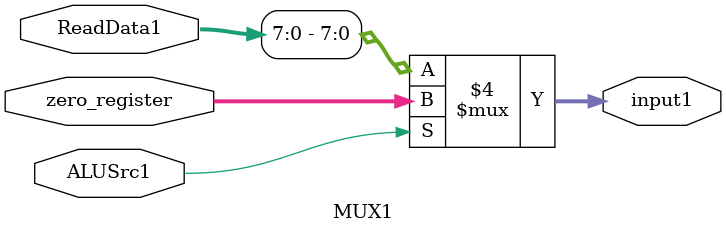
<source format=v>
`timescale 1ns / 1ps


module MUX1(input wire ALUSrc1, 
           input wire[8:0] ReadData1, 
           input wire[7:0] zero_register,
           output reg[7:0] input1);
           
    always @(ReadData1,ALUSrc1)
    begin
        if(ALUSrc1 == 0)
             input1 = ReadData1;
        else
             input1 = zero_register;
    end
endmodule


</source>
